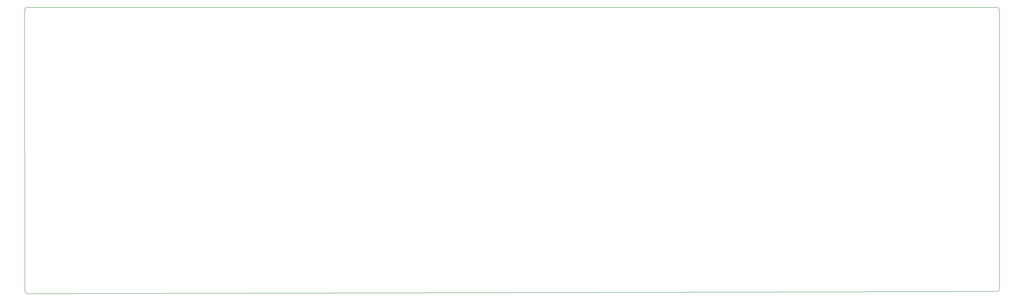
<source format=gm1>
G04 #@! TF.GenerationSoftware,KiCad,Pcbnew,(5.0.1-3-g963ef8bb5)*
G04 #@! TF.CreationDate,2019-03-29T01:59:52-07:00*
G04 #@! TF.ProjectId,Custom-Keyboard,437573746F6D2D4B6579626F6172642E,rev?*
G04 #@! TF.SameCoordinates,Original*
G04 #@! TF.FileFunction,Profile,NP*
%FSLAX46Y46*%
G04 Gerber Fmt 4.6, Leading zero omitted, Abs format (unit mm)*
G04 Created by KiCad (PCBNEW (5.0.1-3-g963ef8bb5)) date Friday, March 29, 2019 at 01:59:52 AM*
%MOMM*%
%LPD*%
G01*
G04 APERTURE LIST*
%ADD10C,0.150000*%
G04 APERTURE END LIST*
D10*
X429387000Y-18542000D02*
X22987000Y-18542000D01*
X430657000Y-136525000D02*
X430657000Y-19812000D01*
X23114000Y-138684000D02*
X429387000Y-137795000D01*
X21717000Y-19812000D02*
X21844000Y-137414000D01*
X21717000Y-19812000D02*
G75*
G02X22987000Y-18542000I1270000J0D01*
G01*
X429387000Y-18542000D02*
G75*
G02X430657000Y-19812000I0J-1270000D01*
G01*
X430657000Y-136525000D02*
G75*
G02X429387000Y-137795000I-1270000J0D01*
G01*
X23114000Y-138684000D02*
G75*
G02X21844000Y-137414000I0J1270000D01*
G01*
M02*

</source>
